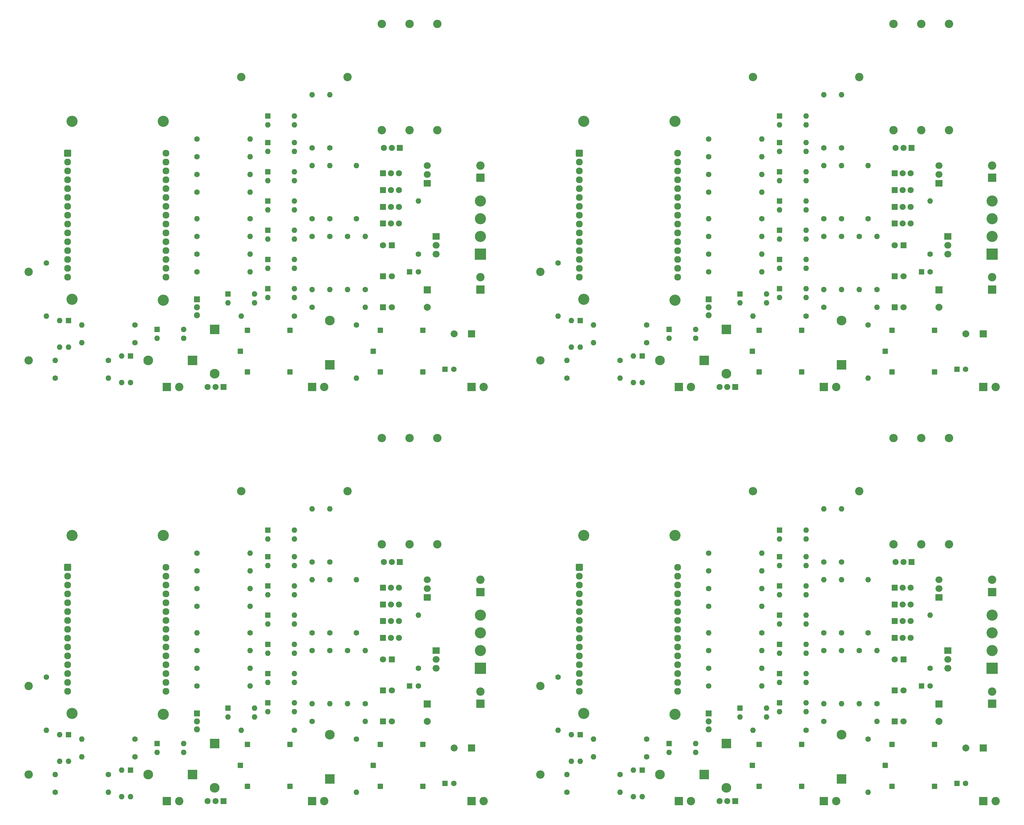
<source format=gts>
%TF.GenerationSoftware,KiCad,Pcbnew,8.0.3*%
%TF.CreationDate,2024-06-25T22:27:29+05:30*%
%TF.ProjectId,PCB_PANELIZED,5043425f-5041-44e4-954c-495a45442e6b,rev?*%
%TF.SameCoordinates,Original*%
%TF.FileFunction,Soldermask,Top*%
%TF.FilePolarity,Negative*%
%FSLAX46Y46*%
G04 Gerber Fmt 4.6, Leading zero omitted, Abs format (unit mm)*
G04 Created by KiCad (PCBNEW 8.0.3) date 2024-06-25 22:27:29*
%MOMM*%
%LPD*%
G01*
G04 APERTURE LIST*
G04 Aperture macros list*
%AMRoundRect*
0 Rectangle with rounded corners*
0 $1 Rounding radius*
0 $2 $3 $4 $5 $6 $7 $8 $9 X,Y pos of 4 corners*
0 Add a 4 corners polygon primitive as box body*
4,1,4,$2,$3,$4,$5,$6,$7,$8,$9,$2,$3,0*
0 Add four circle primitives for the rounded corners*
1,1,$1+$1,$2,$3*
1,1,$1+$1,$4,$5*
1,1,$1+$1,$6,$7*
1,1,$1+$1,$8,$9*
0 Add four rect primitives between the rounded corners*
20,1,$1+$1,$2,$3,$4,$5,0*
20,1,$1+$1,$4,$5,$6,$7,0*
20,1,$1+$1,$6,$7,$8,$9,0*
20,1,$1+$1,$8,$9,$2,$3,0*%
G04 Aperture macros list end*
%ADD10C,1.800000*%
%ADD11R,1.800000X1.800000*%
%ADD12O,1.600000X1.600000*%
%ADD13C,1.600000*%
%ADD14R,1.600000X1.600000*%
%ADD15O,1.710000X1.800000*%
%ADD16R,1.710000X1.800000*%
%ADD17C,2.400000*%
%ADD18R,2.400000X2.400000*%
%ADD19O,2.400000X2.400000*%
%ADD20C,2.000000*%
%ADD21R,2.000000X2.000000*%
%ADD22O,2.800000X2.800000*%
%ADD23R,2.800000X2.800000*%
%ADD24O,1.800000X1.710000*%
%ADD25R,1.800000X1.710000*%
%ADD26C,1.956600*%
%ADD27RoundRect,0.102000X-0.876300X-0.876300X0.876300X-0.876300X0.876300X0.876300X-0.876300X0.876300X0*%
%ADD28C,3.200000*%
%ADD29O,2.000000X1.905000*%
%ADD30R,2.000000X1.905000*%
%ADD31R,3.200000X3.200000*%
%ADD32RoundRect,0.102000X-0.654000X-0.654000X0.654000X-0.654000X0.654000X0.654000X-0.654000X0.654000X0*%
G04 APERTURE END LIST*
D10*
%TO.C,D7*%
X271240000Y-220440000D03*
D11*
X268700000Y-220440000D03*
%TD*%
D12*
%TO.C,R15*%
X228060000Y-222980000D03*
D13*
X243300000Y-222980000D03*
%TD*%
D12*
%TO.C,U16*%
X243300000Y-189960000D03*
X243300000Y-192500000D03*
X235680000Y-192500000D03*
D14*
X235680000Y-189960000D03*
%TD*%
D15*
%TO.C,Q6*%
X273260000Y-191660000D03*
X270980000Y-191660000D03*
D16*
X268700000Y-191660000D03*
%TD*%
D17*
%TO.C,J3*%
X296640000Y-179800000D03*
D18*
X296640000Y-183300000D03*
%TD*%
D19*
%TO.C,R31*%
X284270000Y-139160000D03*
D17*
X284270000Y-169640000D03*
%TD*%
D20*
%TO.C,C2*%
X281400000Y-220440000D03*
D21*
X281400000Y-215440000D03*
%TD*%
D12*
%TO.C,R22*%
X230600000Y-187420000D03*
D13*
X215360000Y-187420000D03*
%TD*%
D12*
%TO.C,U4*%
X178535000Y-231880000D03*
X175995000Y-231880000D03*
X175995000Y-224260000D03*
D14*
X178535000Y-224260000D03*
%TD*%
D13*
%TO.C,C4*%
X289020000Y-238220000D03*
D14*
X286520000Y-238220000D03*
%TD*%
D22*
%TO.C,D5*%
X201390000Y-235680000D03*
D23*
X214090000Y-235680000D03*
%TD*%
D22*
%TO.C,D2*%
X253460000Y-224250000D03*
D23*
X253460000Y-236950000D03*
%TD*%
D12*
%TO.C,R19*%
X230600000Y-172180000D03*
D13*
X215360000Y-172180000D03*
%TD*%
D12*
%TO.C,R8*%
X174720000Y-235680000D03*
D13*
X189960000Y-235680000D03*
%TD*%
D24*
%TO.C,Q2*%
X215360000Y-222720000D03*
X215360000Y-220440000D03*
D25*
X215360000Y-218160000D03*
%TD*%
D19*
%TO.C,R24*%
X268370000Y-139160000D03*
D17*
X268370000Y-169640000D03*
%TD*%
D12*
%TO.C,R11*%
X263620000Y-200120000D03*
D13*
X263620000Y-215360000D03*
%TD*%
D12*
%TO.C,U13*%
X243300000Y-165574000D03*
X243300000Y-168114000D03*
X235680000Y-168114000D03*
D14*
X235680000Y-165574000D03*
%TD*%
D12*
%TO.C,R2*%
X172180000Y-222980000D03*
D13*
X172180000Y-207740000D03*
%TD*%
D12*
%TO.C,U15*%
X243300000Y-181577000D03*
X243300000Y-184117000D03*
X235680000Y-184117000D03*
D14*
X235680000Y-181577000D03*
%TD*%
D12*
%TO.C,R25*%
X263620000Y-220440000D03*
D13*
X248380000Y-220440000D03*
%TD*%
D12*
%TO.C,R30*%
X253460000Y-179800000D03*
D13*
X253460000Y-195040000D03*
%TD*%
D15*
%TO.C,Q7*%
X273260000Y-196460000D03*
X270980000Y-196460000D03*
D16*
X268700000Y-196460000D03*
%TD*%
D19*
%TO.C,R3*%
X167100000Y-235680000D03*
D17*
X167100000Y-210280000D03*
%TD*%
D12*
%TO.C,R10*%
X189960000Y-240760000D03*
D13*
X174720000Y-240760000D03*
%TD*%
D12*
%TO.C,R14*%
X253460000Y-215360000D03*
D13*
X253460000Y-200120000D03*
%TD*%
D12*
%TO.C,R20*%
X230600000Y-177260000D03*
D13*
X215360000Y-177260000D03*
%TD*%
D19*
%TO.C,R23*%
X228060000Y-154400000D03*
D17*
X258540000Y-154400000D03*
%TD*%
D12*
%TO.C,R5*%
X230600000Y-200120000D03*
D13*
X215360000Y-200120000D03*
%TD*%
D26*
%TO.C,U1*%
X206470000Y-176244000D03*
X206470000Y-178784000D03*
X206470000Y-181324000D03*
X206470000Y-183864000D03*
X206470000Y-186404000D03*
X206470000Y-188944000D03*
X206470000Y-191484000D03*
X206470000Y-194024000D03*
X206470000Y-196564000D03*
X206470000Y-199104000D03*
X206470000Y-201644000D03*
X206470000Y-204184000D03*
X206470000Y-206724000D03*
X206470000Y-209264000D03*
X206470000Y-211804000D03*
X178276000Y-211804000D03*
X178276000Y-209264000D03*
X178276000Y-206724000D03*
X178276000Y-204184000D03*
X178276000Y-201644000D03*
X178276000Y-199104000D03*
X178276000Y-196564000D03*
X178276000Y-194024000D03*
X178276000Y-191484000D03*
X178276000Y-188944000D03*
X178276000Y-186404000D03*
X178276000Y-183864000D03*
X178276000Y-181324000D03*
X178276000Y-178784000D03*
D27*
X178276000Y-176244000D03*
D28*
X205708000Y-218408000D03*
X205708000Y-167100000D03*
X179546000Y-218154000D03*
X179546000Y-167100000D03*
%TD*%
D13*
%TO.C,C3*%
X278860000Y-210280000D03*
D14*
X276360000Y-210280000D03*
%TD*%
D12*
%TO.C,R18*%
X215360000Y-195040000D03*
D13*
X230600000Y-195040000D03*
%TD*%
D12*
%TO.C,R4*%
X261080000Y-240760000D03*
D13*
X261080000Y-225520000D03*
%TD*%
D12*
%TO.C,U9*%
X243300000Y-198343000D03*
X243300000Y-200883000D03*
X235680000Y-200883000D03*
D14*
X235680000Y-198343000D03*
%TD*%
D10*
%TO.C,D6*%
X271240000Y-211550000D03*
D11*
X268700000Y-211550000D03*
%TD*%
D29*
%TO.C,U8*%
X281400000Y-179800000D03*
X281400000Y-182340000D03*
D30*
X281400000Y-184880000D03*
%TD*%
D29*
%TO.C,U5*%
X283940000Y-205200000D03*
X283940000Y-202660000D03*
D30*
X283940000Y-200120000D03*
%TD*%
D12*
%TO.C,U7*%
X196315000Y-242040000D03*
X193775000Y-242040000D03*
X193775000Y-234420000D03*
D14*
X196315000Y-234420000D03*
%TD*%
D12*
%TO.C,R21*%
X230600000Y-182340000D03*
D13*
X215360000Y-182340000D03*
%TD*%
D12*
%TO.C,U11*%
X243300000Y-215109000D03*
X243300000Y-217649000D03*
X235680000Y-217649000D03*
D14*
X235680000Y-215109000D03*
%TD*%
D12*
%TO.C,R27*%
X248380000Y-159480000D03*
D13*
X248380000Y-174720000D03*
%TD*%
D12*
%TO.C,R7*%
X230600000Y-210280000D03*
D13*
X215360000Y-210280000D03*
%TD*%
D28*
%TO.C,D3*%
X296640000Y-189960000D03*
X296640000Y-195040000D03*
X296640000Y-200120000D03*
D31*
X296640000Y-205200000D03*
%TD*%
D19*
%TO.C,R26*%
X276320000Y-139160000D03*
D17*
X276320000Y-169640000D03*
%TD*%
%TO.C,J1*%
X251880000Y-243300000D03*
D18*
X248380000Y-243300000D03*
%TD*%
D15*
%TO.C,Q1*%
X218420000Y-243300000D03*
X220700000Y-243300000D03*
D16*
X222980000Y-243300000D03*
%TD*%
D12*
%TO.C,R28*%
X253460000Y-159480000D03*
D13*
X253460000Y-174720000D03*
%TD*%
D12*
%TO.C,U6*%
X231880000Y-216625000D03*
X231880000Y-219165000D03*
X224260000Y-219165000D03*
D14*
X224260000Y-216625000D03*
%TD*%
D10*
%TO.C,D4*%
X268700000Y-202660000D03*
D11*
X271240000Y-202660000D03*
%TD*%
D12*
%TO.C,R17*%
X258540000Y-215360000D03*
D13*
X258540000Y-200120000D03*
%TD*%
D12*
%TO.C,R29*%
X248380000Y-179800000D03*
D13*
X248380000Y-195040000D03*
%TD*%
D20*
%TO.C,C1*%
X289100000Y-228060000D03*
D21*
X294100000Y-228060000D03*
%TD*%
D12*
%TO.C,R1*%
X278860000Y-189960000D03*
D13*
X278860000Y-205200000D03*
%TD*%
D17*
%TO.C,J5*%
X297600000Y-243300000D03*
D18*
X294100000Y-243300000D03*
%TD*%
D12*
%TO.C,R9*%
X261080000Y-179800000D03*
D13*
X261080000Y-195040000D03*
%TD*%
D22*
%TO.C,D1*%
X220440000Y-239490000D03*
D23*
X220440000Y-226790000D03*
%TD*%
D12*
%TO.C,U12*%
X211560000Y-226785000D03*
X211560000Y-229325000D03*
X203940000Y-229325000D03*
D14*
X203940000Y-226785000D03*
%TD*%
D15*
%TO.C,Q3*%
X268960000Y-174720000D03*
X271240000Y-174720000D03*
D16*
X273520000Y-174720000D03*
%TD*%
D15*
%TO.C,Q4*%
X273260000Y-182060000D03*
X270980000Y-182060000D03*
D16*
X268700000Y-182060000D03*
%TD*%
D32*
%TO.C,U2*%
X242023250Y-227046750D03*
X242023250Y-239046750D03*
X229823250Y-239046750D03*
X227823250Y-233046750D03*
X229823250Y-227046750D03*
%TD*%
%TO.C,U3*%
X280123250Y-227046750D03*
X280123250Y-239046750D03*
X267923250Y-239046750D03*
X265923250Y-233046750D03*
X267923250Y-227046750D03*
%TD*%
D15*
%TO.C,Q5*%
X273260000Y-186860000D03*
X270980000Y-186860000D03*
D16*
X268700000Y-186860000D03*
%TD*%
D12*
%TO.C,U14*%
X243300000Y-173194000D03*
X243300000Y-175734000D03*
X235680000Y-175734000D03*
D14*
X235680000Y-173194000D03*
%TD*%
D12*
%TO.C,R16*%
X182340000Y-230600000D03*
D13*
X197580000Y-230600000D03*
%TD*%
D12*
%TO.C,U10*%
X243300000Y-206726000D03*
X243300000Y-209266000D03*
X235680000Y-209266000D03*
D14*
X235680000Y-206726000D03*
%TD*%
D17*
%TO.C,J4*%
X210280000Y-243300000D03*
D18*
X206780000Y-243300000D03*
%TD*%
D12*
%TO.C,R6*%
X230600000Y-205200000D03*
D13*
X215360000Y-205200000D03*
%TD*%
D17*
%TO.C,J2*%
X296640000Y-211860000D03*
D18*
X296640000Y-215360000D03*
%TD*%
D12*
%TO.C,R12*%
X182340000Y-225520000D03*
D13*
X197580000Y-225520000D03*
%TD*%
D12*
%TO.C,R13*%
X248380000Y-215360000D03*
D13*
X248380000Y-200120000D03*
%TD*%
D10*
%TO.C,D4*%
X121920000Y-202660000D03*
D11*
X124460000Y-202660000D03*
%TD*%
D12*
%TO.C,R15*%
X81280000Y-222980000D03*
D13*
X96520000Y-222980000D03*
%TD*%
D12*
%TO.C,U16*%
X96520000Y-189960000D03*
X96520000Y-192500000D03*
X88900000Y-192500000D03*
D14*
X88900000Y-189960000D03*
%TD*%
D15*
%TO.C,Q6*%
X126480000Y-191660000D03*
X124200000Y-191660000D03*
D16*
X121920000Y-191660000D03*
%TD*%
D32*
%TO.C,U3*%
X133343250Y-227046750D03*
X133343250Y-239046750D03*
X121143250Y-239046750D03*
X119143250Y-233046750D03*
X121143250Y-227046750D03*
%TD*%
D22*
%TO.C,D1*%
X73660000Y-239490000D03*
D23*
X73660000Y-226790000D03*
%TD*%
D17*
%TO.C,J3*%
X149860000Y-179800000D03*
D18*
X149860000Y-183300000D03*
%TD*%
D20*
%TO.C,C2*%
X134620000Y-220440000D03*
D21*
X134620000Y-215440000D03*
%TD*%
D12*
%TO.C,R28*%
X106680000Y-159480000D03*
D13*
X106680000Y-174720000D03*
%TD*%
D12*
%TO.C,R22*%
X83820000Y-187420000D03*
D13*
X68580000Y-187420000D03*
%TD*%
D12*
%TO.C,U4*%
X31755000Y-231880000D03*
X29215000Y-231880000D03*
X29215000Y-224260000D03*
D14*
X31755000Y-224260000D03*
%TD*%
D17*
%TO.C,J5*%
X150820000Y-243300000D03*
D18*
X147320000Y-243300000D03*
%TD*%
D22*
%TO.C,D5*%
X54610000Y-235680000D03*
D23*
X67310000Y-235680000D03*
%TD*%
D12*
%TO.C,U6*%
X85100000Y-216625000D03*
X85100000Y-219165000D03*
X77480000Y-219165000D03*
D14*
X77480000Y-216625000D03*
%TD*%
D12*
%TO.C,R19*%
X83820000Y-172180000D03*
D13*
X68580000Y-172180000D03*
%TD*%
D12*
%TO.C,R8*%
X27940000Y-235680000D03*
D13*
X43180000Y-235680000D03*
%TD*%
D24*
%TO.C,Q2*%
X68580000Y-222720000D03*
X68580000Y-220440000D03*
D25*
X68580000Y-218160000D03*
%TD*%
D19*
%TO.C,R24*%
X121590000Y-139160000D03*
D17*
X121590000Y-169640000D03*
%TD*%
D12*
%TO.C,R11*%
X116840000Y-200120000D03*
D13*
X116840000Y-215360000D03*
%TD*%
%TO.C,C3*%
X132080000Y-210280000D03*
D14*
X129580000Y-210280000D03*
%TD*%
D12*
%TO.C,R2*%
X25400000Y-222980000D03*
D13*
X25400000Y-207740000D03*
%TD*%
D19*
%TO.C,R26*%
X129540000Y-139160000D03*
D17*
X129540000Y-169640000D03*
%TD*%
D12*
%TO.C,U15*%
X96520000Y-181577000D03*
X96520000Y-184117000D03*
X88900000Y-184117000D03*
D14*
X88900000Y-181577000D03*
%TD*%
D12*
%TO.C,R25*%
X116840000Y-220440000D03*
D13*
X101600000Y-220440000D03*
%TD*%
D12*
%TO.C,R30*%
X106680000Y-179800000D03*
D13*
X106680000Y-195040000D03*
%TD*%
D12*
%TO.C,R20*%
X83820000Y-177260000D03*
D13*
X68580000Y-177260000D03*
%TD*%
D12*
%TO.C,R1*%
X132080000Y-189960000D03*
D13*
X132080000Y-205200000D03*
%TD*%
D12*
%TO.C,R17*%
X111760000Y-215360000D03*
D13*
X111760000Y-200120000D03*
%TD*%
D19*
%TO.C,R3*%
X20320000Y-235680000D03*
D17*
X20320000Y-210280000D03*
%TD*%
D12*
%TO.C,R10*%
X43180000Y-240760000D03*
D13*
X27940000Y-240760000D03*
%TD*%
D19*
%TO.C,R23*%
X81280000Y-154400000D03*
D17*
X111760000Y-154400000D03*
%TD*%
D12*
%TO.C,R5*%
X83820000Y-200120000D03*
D13*
X68580000Y-200120000D03*
%TD*%
D26*
%TO.C,U1*%
X59690000Y-176244000D03*
X59690000Y-178784000D03*
X59690000Y-181324000D03*
X59690000Y-183864000D03*
X59690000Y-186404000D03*
X59690000Y-188944000D03*
X59690000Y-191484000D03*
X59690000Y-194024000D03*
X59690000Y-196564000D03*
X59690000Y-199104000D03*
X59690000Y-201644000D03*
X59690000Y-204184000D03*
X59690000Y-206724000D03*
X59690000Y-209264000D03*
X59690000Y-211804000D03*
X31496000Y-211804000D03*
X31496000Y-209264000D03*
X31496000Y-206724000D03*
X31496000Y-204184000D03*
X31496000Y-201644000D03*
X31496000Y-199104000D03*
X31496000Y-196564000D03*
X31496000Y-194024000D03*
X31496000Y-191484000D03*
X31496000Y-188944000D03*
X31496000Y-186404000D03*
X31496000Y-183864000D03*
X31496000Y-181324000D03*
X31496000Y-178784000D03*
D27*
X31496000Y-176244000D03*
D28*
X58928000Y-218408000D03*
X58928000Y-167100000D03*
X32766000Y-218154000D03*
X32766000Y-167100000D03*
%TD*%
D12*
%TO.C,R18*%
X68580000Y-195040000D03*
D13*
X83820000Y-195040000D03*
%TD*%
D12*
%TO.C,R4*%
X114300000Y-240760000D03*
D13*
X114300000Y-225520000D03*
%TD*%
D12*
%TO.C,U9*%
X96520000Y-198343000D03*
X96520000Y-200883000D03*
X88900000Y-200883000D03*
D14*
X88900000Y-198343000D03*
%TD*%
D10*
%TO.C,D6*%
X124460000Y-211550000D03*
D11*
X121920000Y-211550000D03*
%TD*%
D12*
%TO.C,R14*%
X106680000Y-215360000D03*
D13*
X106680000Y-200120000D03*
%TD*%
D12*
%TO.C,R21*%
X83820000Y-182340000D03*
D13*
X68580000Y-182340000D03*
%TD*%
D12*
%TO.C,R7*%
X83820000Y-210280000D03*
D13*
X68580000Y-210280000D03*
%TD*%
D22*
%TO.C,D2*%
X106680000Y-224250000D03*
D23*
X106680000Y-236950000D03*
%TD*%
D12*
%TO.C,U11*%
X96520000Y-215109000D03*
X96520000Y-217649000D03*
X88900000Y-217649000D03*
D14*
X88900000Y-215109000D03*
%TD*%
D12*
%TO.C,R27*%
X101600000Y-159480000D03*
D13*
X101600000Y-174720000D03*
%TD*%
D28*
%TO.C,D3*%
X149860000Y-189960000D03*
X149860000Y-195040000D03*
X149860000Y-200120000D03*
D31*
X149860000Y-205200000D03*
%TD*%
D17*
%TO.C,J1*%
X105100000Y-243300000D03*
D18*
X101600000Y-243300000D03*
%TD*%
D15*
%TO.C,Q1*%
X71640000Y-243300000D03*
X73920000Y-243300000D03*
D16*
X76200000Y-243300000D03*
%TD*%
D13*
%TO.C,C4*%
X142240000Y-238220000D03*
D14*
X139740000Y-238220000D03*
%TD*%
D32*
%TO.C,U2*%
X95243250Y-227046750D03*
X95243250Y-239046750D03*
X83043250Y-239046750D03*
X81043250Y-233046750D03*
X83043250Y-227046750D03*
%TD*%
D12*
%TO.C,U13*%
X96520000Y-165574000D03*
X96520000Y-168114000D03*
X88900000Y-168114000D03*
D14*
X88900000Y-165574000D03*
%TD*%
D29*
%TO.C,U5*%
X137160000Y-205200000D03*
X137160000Y-202660000D03*
D30*
X137160000Y-200120000D03*
%TD*%
D15*
%TO.C,Q7*%
X126480000Y-196460000D03*
X124200000Y-196460000D03*
D16*
X121920000Y-196460000D03*
%TD*%
D15*
%TO.C,Q4*%
X126480000Y-182060000D03*
X124200000Y-182060000D03*
D16*
X121920000Y-182060000D03*
%TD*%
D12*
%TO.C,R29*%
X101600000Y-179800000D03*
D13*
X101600000Y-195040000D03*
%TD*%
D12*
%TO.C,U7*%
X49535000Y-242040000D03*
X46995000Y-242040000D03*
X46995000Y-234420000D03*
D14*
X49535000Y-234420000D03*
%TD*%
D10*
%TO.C,D7*%
X124460000Y-220440000D03*
D11*
X121920000Y-220440000D03*
%TD*%
D20*
%TO.C,C1*%
X142320000Y-228060000D03*
D21*
X147320000Y-228060000D03*
%TD*%
D12*
%TO.C,R9*%
X114300000Y-179800000D03*
D13*
X114300000Y-195040000D03*
%TD*%
D29*
%TO.C,U8*%
X134620000Y-179800000D03*
X134620000Y-182340000D03*
D30*
X134620000Y-184880000D03*
%TD*%
D15*
%TO.C,Q3*%
X122180000Y-174720000D03*
X124460000Y-174720000D03*
D16*
X126740000Y-174720000D03*
%TD*%
D15*
%TO.C,Q5*%
X126480000Y-186860000D03*
X124200000Y-186860000D03*
D16*
X121920000Y-186860000D03*
%TD*%
D12*
%TO.C,U14*%
X96520000Y-173194000D03*
X96520000Y-175734000D03*
X88900000Y-175734000D03*
D14*
X88900000Y-173194000D03*
%TD*%
D19*
%TO.C,R31*%
X137490000Y-139160000D03*
D17*
X137490000Y-169640000D03*
%TD*%
D12*
%TO.C,R16*%
X35560000Y-230600000D03*
D13*
X50800000Y-230600000D03*
%TD*%
D12*
%TO.C,U10*%
X96520000Y-206726000D03*
X96520000Y-209266000D03*
X88900000Y-209266000D03*
D14*
X88900000Y-206726000D03*
%TD*%
D17*
%TO.C,J4*%
X63500000Y-243300000D03*
D18*
X60000000Y-243300000D03*
%TD*%
D12*
%TO.C,R6*%
X83820000Y-205200000D03*
D13*
X68580000Y-205200000D03*
%TD*%
D17*
%TO.C,J2*%
X149860000Y-211860000D03*
D18*
X149860000Y-215360000D03*
%TD*%
D12*
%TO.C,R12*%
X35560000Y-225520000D03*
D13*
X50800000Y-225520000D03*
%TD*%
D12*
%TO.C,R13*%
X101600000Y-215360000D03*
D13*
X101600000Y-200120000D03*
%TD*%
D12*
%TO.C,U12*%
X64780000Y-226785000D03*
X64780000Y-229325000D03*
X57160000Y-229325000D03*
D14*
X57160000Y-226785000D03*
%TD*%
D10*
%TO.C,D4*%
X268700000Y-83820000D03*
D11*
X271240000Y-83820000D03*
%TD*%
D12*
%TO.C,R15*%
X228060000Y-104140000D03*
D13*
X243300000Y-104140000D03*
%TD*%
D12*
%TO.C,U16*%
X243300000Y-71120000D03*
X243300000Y-73660000D03*
X235680000Y-73660000D03*
D14*
X235680000Y-71120000D03*
%TD*%
D15*
%TO.C,Q6*%
X273260000Y-72820000D03*
X270980000Y-72820000D03*
D16*
X268700000Y-72820000D03*
%TD*%
D20*
%TO.C,C1*%
X289100000Y-109220000D03*
D21*
X294100000Y-109220000D03*
%TD*%
D17*
%TO.C,J3*%
X296640000Y-60960000D03*
D18*
X296640000Y-64460000D03*
%TD*%
D32*
%TO.C,U2*%
X242023250Y-108206750D03*
X242023250Y-120206750D03*
X229823250Y-120206750D03*
X227823250Y-114206750D03*
X229823250Y-108206750D03*
%TD*%
D12*
%TO.C,R28*%
X253460000Y-40640000D03*
D13*
X253460000Y-55880000D03*
%TD*%
D12*
%TO.C,R22*%
X230600000Y-68580000D03*
D13*
X215360000Y-68580000D03*
%TD*%
D12*
%TO.C,U4*%
X178535000Y-113040000D03*
X175995000Y-113040000D03*
X175995000Y-105420000D03*
D14*
X178535000Y-105420000D03*
%TD*%
D13*
%TO.C,C4*%
X289020000Y-119380000D03*
D14*
X286520000Y-119380000D03*
%TD*%
D17*
%TO.C,J5*%
X297600000Y-124460000D03*
D18*
X294100000Y-124460000D03*
%TD*%
D22*
%TO.C,D2*%
X253460000Y-105410000D03*
D23*
X253460000Y-118110000D03*
%TD*%
D12*
%TO.C,U6*%
X231880000Y-97785000D03*
X231880000Y-100325000D03*
X224260000Y-100325000D03*
D14*
X224260000Y-97785000D03*
%TD*%
D12*
%TO.C,R19*%
X230600000Y-53340000D03*
D13*
X215360000Y-53340000D03*
%TD*%
D12*
%TO.C,R11*%
X263620000Y-81280000D03*
D13*
X263620000Y-96520000D03*
%TD*%
D12*
%TO.C,U13*%
X243300000Y-46734000D03*
X243300000Y-49274000D03*
X235680000Y-49274000D03*
D14*
X235680000Y-46734000D03*
%TD*%
D12*
%TO.C,U15*%
X243300000Y-62737000D03*
X243300000Y-65277000D03*
X235680000Y-65277000D03*
D14*
X235680000Y-62737000D03*
%TD*%
D12*
%TO.C,R25*%
X263620000Y-101600000D03*
D13*
X248380000Y-101600000D03*
%TD*%
D12*
%TO.C,R30*%
X253460000Y-60960000D03*
D13*
X253460000Y-76200000D03*
%TD*%
D12*
%TO.C,R20*%
X230600000Y-58420000D03*
D13*
X215360000Y-58420000D03*
%TD*%
D12*
%TO.C,R17*%
X258540000Y-96520000D03*
D13*
X258540000Y-81280000D03*
%TD*%
D19*
%TO.C,R3*%
X167100000Y-116840000D03*
D17*
X167100000Y-91440000D03*
%TD*%
D12*
%TO.C,R10*%
X189960000Y-121920000D03*
D13*
X174720000Y-121920000D03*
%TD*%
D15*
%TO.C,Q4*%
X273260000Y-63220000D03*
X270980000Y-63220000D03*
D16*
X268700000Y-63220000D03*
%TD*%
D12*
%TO.C,R14*%
X253460000Y-96520000D03*
D13*
X253460000Y-81280000D03*
%TD*%
D12*
%TO.C,R5*%
X230600000Y-81280000D03*
D13*
X215360000Y-81280000D03*
%TD*%
D22*
%TO.C,D5*%
X201390000Y-116840000D03*
D23*
X214090000Y-116840000D03*
%TD*%
D26*
%TO.C,U1*%
X206470000Y-57404000D03*
X206470000Y-59944000D03*
X206470000Y-62484000D03*
X206470000Y-65024000D03*
X206470000Y-67564000D03*
X206470000Y-70104000D03*
X206470000Y-72644000D03*
X206470000Y-75184000D03*
X206470000Y-77724000D03*
X206470000Y-80264000D03*
X206470000Y-82804000D03*
X206470000Y-85344000D03*
X206470000Y-87884000D03*
X206470000Y-90424000D03*
X206470000Y-92964000D03*
X178276000Y-92964000D03*
X178276000Y-90424000D03*
X178276000Y-87884000D03*
X178276000Y-85344000D03*
X178276000Y-82804000D03*
X178276000Y-80264000D03*
X178276000Y-77724000D03*
X178276000Y-75184000D03*
X178276000Y-72644000D03*
X178276000Y-70104000D03*
X178276000Y-67564000D03*
X178276000Y-65024000D03*
X178276000Y-62484000D03*
X178276000Y-59944000D03*
D27*
X178276000Y-57404000D03*
D28*
X205708000Y-99568000D03*
X205708000Y-48260000D03*
X179546000Y-99314000D03*
X179546000Y-48260000D03*
%TD*%
D12*
%TO.C,R18*%
X215360000Y-76200000D03*
D13*
X230600000Y-76200000D03*
%TD*%
D12*
%TO.C,U9*%
X243300000Y-79503000D03*
X243300000Y-82043000D03*
X235680000Y-82043000D03*
D14*
X235680000Y-79503000D03*
%TD*%
D10*
%TO.C,D6*%
X271240000Y-92710000D03*
D11*
X268700000Y-92710000D03*
%TD*%
D29*
%TO.C,U8*%
X281400000Y-60960000D03*
X281400000Y-63500000D03*
D30*
X281400000Y-66040000D03*
%TD*%
D29*
%TO.C,U5*%
X283940000Y-86360000D03*
X283940000Y-83820000D03*
D30*
X283940000Y-81280000D03*
%TD*%
D20*
%TO.C,C2*%
X281400000Y-101600000D03*
D21*
X281400000Y-96600000D03*
%TD*%
D12*
%TO.C,U7*%
X196315000Y-123200000D03*
X193775000Y-123200000D03*
X193775000Y-115580000D03*
D14*
X196315000Y-115580000D03*
%TD*%
D15*
%TO.C,Q7*%
X273260000Y-77620000D03*
X270980000Y-77620000D03*
D16*
X268700000Y-77620000D03*
%TD*%
D12*
%TO.C,R21*%
X230600000Y-63500000D03*
D13*
X215360000Y-63500000D03*
%TD*%
D12*
%TO.C,R7*%
X230600000Y-91440000D03*
D13*
X215360000Y-91440000D03*
%TD*%
D12*
%TO.C,R4*%
X261080000Y-121920000D03*
D13*
X261080000Y-106680000D03*
%TD*%
D12*
%TO.C,U11*%
X243300000Y-96269000D03*
X243300000Y-98809000D03*
X235680000Y-98809000D03*
D14*
X235680000Y-96269000D03*
%TD*%
D12*
%TO.C,R27*%
X248380000Y-40640000D03*
D13*
X248380000Y-55880000D03*
%TD*%
D28*
%TO.C,D3*%
X296640000Y-71120000D03*
X296640000Y-76200000D03*
X296640000Y-81280000D03*
D31*
X296640000Y-86360000D03*
%TD*%
D17*
%TO.C,J1*%
X251880000Y-124460000D03*
D18*
X248380000Y-124460000D03*
%TD*%
D15*
%TO.C,Q1*%
X218420000Y-124460000D03*
X220700000Y-124460000D03*
D16*
X222980000Y-124460000D03*
%TD*%
D12*
%TO.C,R8*%
X174720000Y-116840000D03*
D13*
X189960000Y-116840000D03*
%TD*%
D12*
%TO.C,R29*%
X248380000Y-60960000D03*
D13*
X248380000Y-76200000D03*
%TD*%
D32*
%TO.C,U3*%
X280123250Y-108206750D03*
X280123250Y-120206750D03*
X267923250Y-120206750D03*
X265923250Y-114206750D03*
X267923250Y-108206750D03*
%TD*%
D19*
%TO.C,R23*%
X228060000Y-35560000D03*
D17*
X258540000Y-35560000D03*
%TD*%
D19*
%TO.C,R26*%
X276320000Y-20320000D03*
D17*
X276320000Y-50800000D03*
%TD*%
D12*
%TO.C,R1*%
X278860000Y-71120000D03*
D13*
X278860000Y-86360000D03*
%TD*%
D12*
%TO.C,U12*%
X211560000Y-107945000D03*
X211560000Y-110485000D03*
X203940000Y-110485000D03*
D14*
X203940000Y-107945000D03*
%TD*%
D12*
%TO.C,R2*%
X172180000Y-104140000D03*
D13*
X172180000Y-88900000D03*
%TD*%
D15*
%TO.C,Q3*%
X268960000Y-55880000D03*
X271240000Y-55880000D03*
D16*
X273520000Y-55880000D03*
%TD*%
D24*
%TO.C,Q2*%
X215360000Y-103880000D03*
X215360000Y-101600000D03*
D25*
X215360000Y-99320000D03*
%TD*%
D15*
%TO.C,Q5*%
X273260000Y-68020000D03*
X270980000Y-68020000D03*
D16*
X268700000Y-68020000D03*
%TD*%
D12*
%TO.C,U14*%
X243300000Y-54354000D03*
X243300000Y-56894000D03*
X235680000Y-56894000D03*
D14*
X235680000Y-54354000D03*
%TD*%
D22*
%TO.C,D1*%
X220440000Y-120650000D03*
D23*
X220440000Y-107950000D03*
%TD*%
D12*
%TO.C,R16*%
X182340000Y-111760000D03*
D13*
X197580000Y-111760000D03*
%TD*%
D12*
%TO.C,U10*%
X243300000Y-87886000D03*
X243300000Y-90426000D03*
X235680000Y-90426000D03*
D14*
X235680000Y-87886000D03*
%TD*%
D17*
%TO.C,J4*%
X210280000Y-124460000D03*
D18*
X206780000Y-124460000D03*
%TD*%
D13*
%TO.C,C3*%
X278860000Y-91440000D03*
D14*
X276360000Y-91440000D03*
%TD*%
D12*
%TO.C,R6*%
X230600000Y-86360000D03*
D13*
X215360000Y-86360000D03*
%TD*%
D17*
%TO.C,J2*%
X296640000Y-93020000D03*
D18*
X296640000Y-96520000D03*
%TD*%
D12*
%TO.C,R9*%
X261080000Y-60960000D03*
D13*
X261080000Y-76200000D03*
%TD*%
D12*
%TO.C,R12*%
X182340000Y-106680000D03*
D13*
X197580000Y-106680000D03*
%TD*%
D19*
%TO.C,R31*%
X284270000Y-20320000D03*
D17*
X284270000Y-50800000D03*
%TD*%
D12*
%TO.C,R13*%
X248380000Y-96520000D03*
D13*
X248380000Y-81280000D03*
%TD*%
D19*
%TO.C,R24*%
X268370000Y-20320000D03*
D17*
X268370000Y-50800000D03*
%TD*%
D10*
%TO.C,D7*%
X271240000Y-101600000D03*
D11*
X268700000Y-101600000D03*
%TD*%
D12*
%TO.C,R16*%
X35560000Y-111760000D03*
D13*
X50800000Y-111760000D03*
%TD*%
D26*
%TO.C,U1*%
X59690000Y-57404000D03*
X59690000Y-59944000D03*
X59690000Y-62484000D03*
X59690000Y-65024000D03*
X59690000Y-67564000D03*
X59690000Y-70104000D03*
X59690000Y-72644000D03*
X59690000Y-75184000D03*
X59690000Y-77724000D03*
X59690000Y-80264000D03*
X59690000Y-82804000D03*
X59690000Y-85344000D03*
X59690000Y-87884000D03*
X59690000Y-90424000D03*
X59690000Y-92964000D03*
X31496000Y-92964000D03*
X31496000Y-90424000D03*
X31496000Y-87884000D03*
X31496000Y-85344000D03*
X31496000Y-82804000D03*
X31496000Y-80264000D03*
X31496000Y-77724000D03*
X31496000Y-75184000D03*
X31496000Y-72644000D03*
X31496000Y-70104000D03*
X31496000Y-67564000D03*
X31496000Y-65024000D03*
X31496000Y-62484000D03*
X31496000Y-59944000D03*
D27*
X31496000Y-57404000D03*
D28*
X58928000Y-99568000D03*
X58928000Y-48260000D03*
X32766000Y-99314000D03*
X32766000Y-48260000D03*
%TD*%
D12*
%TO.C,R12*%
X35560000Y-106680000D03*
D13*
X50800000Y-106680000D03*
%TD*%
D12*
%TO.C,R13*%
X101600000Y-96520000D03*
D13*
X101600000Y-81280000D03*
%TD*%
D17*
%TO.C,J4*%
X63500000Y-124460000D03*
D18*
X60000000Y-124460000D03*
%TD*%
D12*
%TO.C,R22*%
X83820000Y-68580000D03*
D13*
X68580000Y-68580000D03*
%TD*%
D12*
%TO.C,U12*%
X64780000Y-107945000D03*
X64780000Y-110485000D03*
X57160000Y-110485000D03*
D14*
X57160000Y-107945000D03*
%TD*%
D12*
%TO.C,U9*%
X96520000Y-79503000D03*
X96520000Y-82043000D03*
X88900000Y-82043000D03*
D14*
X88900000Y-79503000D03*
%TD*%
D12*
%TO.C,R4*%
X114300000Y-121920000D03*
D13*
X114300000Y-106680000D03*
%TD*%
D29*
%TO.C,U8*%
X134620000Y-60960000D03*
X134620000Y-63500000D03*
D30*
X134620000Y-66040000D03*
%TD*%
D10*
%TO.C,D6*%
X124460000Y-92710000D03*
D11*
X121920000Y-92710000D03*
%TD*%
D19*
%TO.C,R23*%
X81280000Y-35560000D03*
D17*
X111760000Y-35560000D03*
%TD*%
D15*
%TO.C,Q7*%
X126480000Y-77620000D03*
X124200000Y-77620000D03*
D16*
X121920000Y-77620000D03*
%TD*%
D12*
%TO.C,R5*%
X83820000Y-81280000D03*
D13*
X68580000Y-81280000D03*
%TD*%
D28*
%TO.C,D3*%
X149860000Y-71120000D03*
X149860000Y-76200000D03*
X149860000Y-81280000D03*
D31*
X149860000Y-86360000D03*
%TD*%
D12*
%TO.C,R17*%
X111760000Y-96520000D03*
D13*
X111760000Y-81280000D03*
%TD*%
D12*
%TO.C,R14*%
X106680000Y-96520000D03*
D13*
X106680000Y-81280000D03*
%TD*%
D29*
%TO.C,U5*%
X137160000Y-86360000D03*
X137160000Y-83820000D03*
D30*
X137160000Y-81280000D03*
%TD*%
D12*
%TO.C,R27*%
X101600000Y-40640000D03*
D13*
X101600000Y-55880000D03*
%TD*%
D19*
%TO.C,R3*%
X20320000Y-116840000D03*
D17*
X20320000Y-91440000D03*
%TD*%
D12*
%TO.C,R6*%
X83820000Y-86360000D03*
D13*
X68580000Y-86360000D03*
%TD*%
D12*
%TO.C,R18*%
X68580000Y-76200000D03*
D13*
X83820000Y-76200000D03*
%TD*%
D12*
%TO.C,R20*%
X83820000Y-58420000D03*
D13*
X68580000Y-58420000D03*
%TD*%
D15*
%TO.C,Q5*%
X126480000Y-68020000D03*
X124200000Y-68020000D03*
D16*
X121920000Y-68020000D03*
%TD*%
D12*
%TO.C,R9*%
X114300000Y-60960000D03*
D13*
X114300000Y-76200000D03*
%TD*%
D12*
%TO.C,R25*%
X116840000Y-101600000D03*
D13*
X101600000Y-101600000D03*
%TD*%
D19*
%TO.C,R26*%
X129540000Y-20320000D03*
D17*
X129540000Y-50800000D03*
%TD*%
D12*
%TO.C,U14*%
X96520000Y-54354000D03*
X96520000Y-56894000D03*
X88900000Y-56894000D03*
D14*
X88900000Y-54354000D03*
%TD*%
D12*
%TO.C,R11*%
X116840000Y-81280000D03*
D13*
X116840000Y-96520000D03*
%TD*%
D12*
%TO.C,R30*%
X106680000Y-60960000D03*
D13*
X106680000Y-76200000D03*
%TD*%
D12*
%TO.C,R21*%
X83820000Y-63500000D03*
D13*
X68580000Y-63500000D03*
%TD*%
D12*
%TO.C,U15*%
X96520000Y-62737000D03*
X96520000Y-65277000D03*
X88900000Y-65277000D03*
D14*
X88900000Y-62737000D03*
%TD*%
D12*
%TO.C,U11*%
X96520000Y-96269000D03*
X96520000Y-98809000D03*
X88900000Y-98809000D03*
D14*
X88900000Y-96269000D03*
%TD*%
D12*
%TO.C,U13*%
X96520000Y-46734000D03*
X96520000Y-49274000D03*
X88900000Y-49274000D03*
D14*
X88900000Y-46734000D03*
%TD*%
D12*
%TO.C,R1*%
X132080000Y-71120000D03*
D13*
X132080000Y-86360000D03*
%TD*%
D12*
%TO.C,R2*%
X25400000Y-104140000D03*
D13*
X25400000Y-88900000D03*
%TD*%
%TO.C,C3*%
X132080000Y-91440000D03*
D14*
X129580000Y-91440000D03*
%TD*%
D12*
%TO.C,R7*%
X83820000Y-91440000D03*
D13*
X68580000Y-91440000D03*
%TD*%
D17*
%TO.C,J1*%
X105100000Y-124460000D03*
D18*
X101600000Y-124460000D03*
%TD*%
D15*
%TO.C,Q6*%
X126480000Y-72820000D03*
X124200000Y-72820000D03*
D16*
X121920000Y-72820000D03*
%TD*%
D12*
%TO.C,U16*%
X96520000Y-71120000D03*
X96520000Y-73660000D03*
X88900000Y-73660000D03*
D14*
X88900000Y-71120000D03*
%TD*%
D12*
%TO.C,R15*%
X81280000Y-104140000D03*
D13*
X96520000Y-104140000D03*
%TD*%
D32*
%TO.C,U2*%
X95243250Y-108206750D03*
X95243250Y-120206750D03*
X83043250Y-120206750D03*
X81043250Y-114206750D03*
X83043250Y-108206750D03*
%TD*%
D10*
%TO.C,D4*%
X121920000Y-83820000D03*
D11*
X124460000Y-83820000D03*
%TD*%
D32*
%TO.C,U3*%
X133343250Y-108206750D03*
X133343250Y-120206750D03*
X121143250Y-120206750D03*
X119143250Y-114206750D03*
X121143250Y-108206750D03*
%TD*%
D10*
%TO.C,D7*%
X124460000Y-101600000D03*
D11*
X121920000Y-101600000D03*
%TD*%
D15*
%TO.C,Q4*%
X126480000Y-63220000D03*
X124200000Y-63220000D03*
D16*
X121920000Y-63220000D03*
%TD*%
D12*
%TO.C,U7*%
X49535000Y-123200000D03*
X46995000Y-123200000D03*
X46995000Y-115580000D03*
D14*
X49535000Y-115580000D03*
%TD*%
D12*
%TO.C,R28*%
X106680000Y-40640000D03*
D13*
X106680000Y-55880000D03*
%TD*%
D22*
%TO.C,D1*%
X73660000Y-120650000D03*
D23*
X73660000Y-107950000D03*
%TD*%
D15*
%TO.C,Q3*%
X122180000Y-55880000D03*
X124460000Y-55880000D03*
D16*
X126740000Y-55880000D03*
%TD*%
D20*
%TO.C,C2*%
X134620000Y-101600000D03*
D21*
X134620000Y-96600000D03*
%TD*%
D20*
%TO.C,C1*%
X142320000Y-109220000D03*
D21*
X147320000Y-109220000D03*
%TD*%
D19*
%TO.C,R31*%
X137490000Y-20320000D03*
D17*
X137490000Y-50800000D03*
%TD*%
%TO.C,J3*%
X149860000Y-60960000D03*
D18*
X149860000Y-64460000D03*
%TD*%
D15*
%TO.C,Q1*%
X71640000Y-124460000D03*
X73920000Y-124460000D03*
D16*
X76200000Y-124460000D03*
%TD*%
D24*
%TO.C,Q2*%
X68580000Y-103880000D03*
X68580000Y-101600000D03*
D25*
X68580000Y-99320000D03*
%TD*%
D12*
%TO.C,R19*%
X83820000Y-53340000D03*
D13*
X68580000Y-53340000D03*
%TD*%
D12*
%TO.C,R10*%
X43180000Y-121920000D03*
D13*
X27940000Y-121920000D03*
%TD*%
D12*
%TO.C,U4*%
X31755000Y-113040000D03*
X29215000Y-113040000D03*
X29215000Y-105420000D03*
D14*
X31755000Y-105420000D03*
%TD*%
D13*
%TO.C,C4*%
X142240000Y-119380000D03*
D14*
X139740000Y-119380000D03*
%TD*%
D12*
%TO.C,U6*%
X85100000Y-97785000D03*
X85100000Y-100325000D03*
X77480000Y-100325000D03*
D14*
X77480000Y-97785000D03*
%TD*%
D12*
%TO.C,R8*%
X27940000Y-116840000D03*
D13*
X43180000Y-116840000D03*
%TD*%
D12*
%TO.C,R29*%
X101600000Y-60960000D03*
D13*
X101600000Y-76200000D03*
%TD*%
D19*
%TO.C,R24*%
X121590000Y-20320000D03*
D17*
X121590000Y-50800000D03*
%TD*%
D22*
%TO.C,D5*%
X54610000Y-116840000D03*
D23*
X67310000Y-116840000D03*
%TD*%
D17*
%TO.C,J5*%
X150820000Y-124460000D03*
D18*
X147320000Y-124460000D03*
%TD*%
D12*
%TO.C,U10*%
X96520000Y-87886000D03*
X96520000Y-90426000D03*
X88900000Y-90426000D03*
D14*
X88900000Y-87886000D03*
%TD*%
D17*
%TO.C,J2*%
X149860000Y-93020000D03*
D18*
X149860000Y-96520000D03*
%TD*%
D22*
%TO.C,D2*%
X106680000Y-105410000D03*
D23*
X106680000Y-118110000D03*
%TD*%
M02*

</source>
